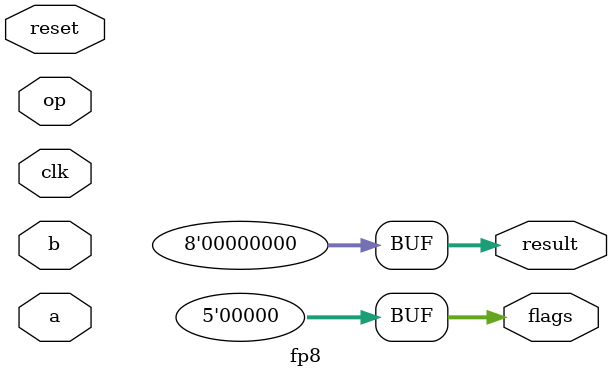
<source format=sv>
module fp8 (
    input  logic clk, reset,
    input  logic [7:0] a, b,
    output logic [7:0] result,
    input  logic [1:0] op,
    output logic [4:0] flags
);

    assign result = '0;
    assign flags  = '0;

endmodule

</source>
